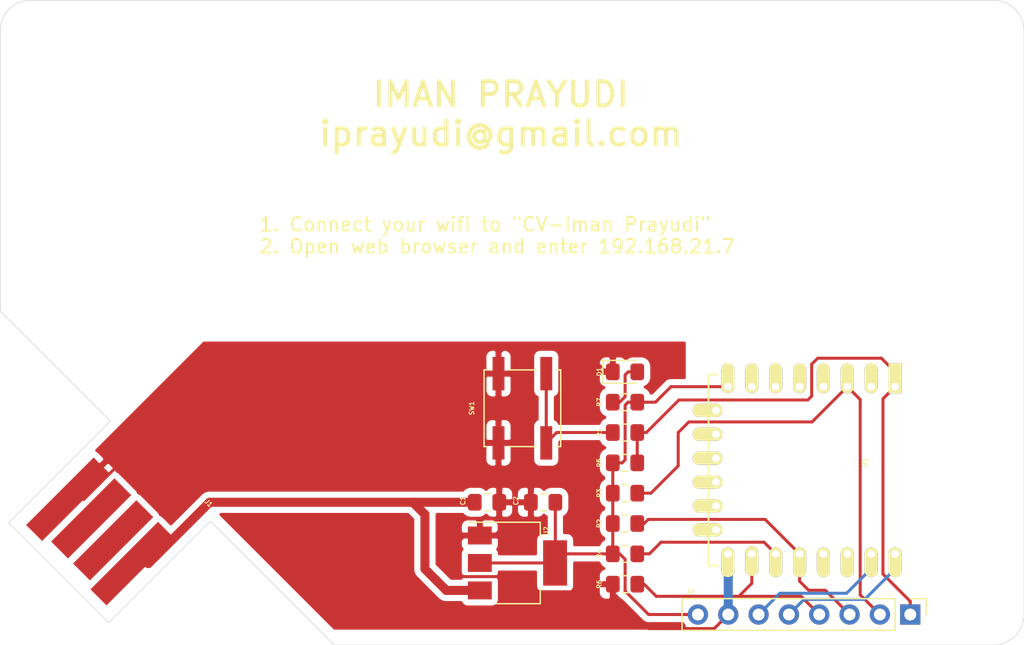
<source format=kicad_pcb>
(kicad_pcb (version 20171130) (host pcbnew "(5.1.5)-3")

  (general
    (thickness 1.6)
    (drawings 16)
    (tracks 126)
    (zones 0)
    (modules 15)
    (nets 13)
  )

  (page A4)
  (layers
    (0 F.Cu signal)
    (31 B.Cu signal)
    (32 B.Adhes user hide)
    (33 F.Adhes user hide)
    (34 B.Paste user hide)
    (35 F.Paste user hide)
    (36 B.SilkS user)
    (37 F.SilkS user)
    (38 B.Mask user)
    (39 F.Mask user)
    (40 Dwgs.User user hide)
    (41 Cmts.User user hide)
    (42 Eco1.User user hide)
    (43 Eco2.User user hide)
    (44 Edge.Cuts user)
    (45 Margin user hide)
    (46 B.CrtYd user)
    (47 F.CrtYd user hide)
    (48 B.Fab user hide)
    (49 F.Fab user hide)
  )

  (setup
    (last_trace_width 0.25)
    (user_trace_width 0.254)
    (user_trace_width 0.762)
    (trace_clearance 0.2)
    (zone_clearance 0.508)
    (zone_45_only no)
    (trace_min 0.2)
    (via_size 0.8)
    (via_drill 0.4)
    (via_min_size 0.4)
    (via_min_drill 0.3)
    (uvia_size 0.3)
    (uvia_drill 0.1)
    (uvias_allowed no)
    (uvia_min_size 0.2)
    (uvia_min_drill 0.1)
    (edge_width 0.05)
    (segment_width 0.2)
    (pcb_text_width 0.3)
    (pcb_text_size 1.5 1.5)
    (mod_edge_width 0.12)
    (mod_text_size 1 1)
    (mod_text_width 0.15)
    (pad_size 2.5 1.1)
    (pad_drill 0.65)
    (pad_to_mask_clearance 0.051)
    (solder_mask_min_width 0.25)
    (aux_axis_origin 0 0)
    (visible_elements 7FFFFFFF)
    (pcbplotparams
      (layerselection 0x010f0_ffffffff)
      (usegerberextensions false)
      (usegerberattributes false)
      (usegerberadvancedattributes false)
      (creategerberjobfile false)
      (excludeedgelayer true)
      (linewidth 0.100000)
      (plotframeref false)
      (viasonmask false)
      (mode 1)
      (useauxorigin false)
      (hpglpennumber 1)
      (hpglpenspeed 20)
      (hpglpendiameter 15.000000)
      (psnegative false)
      (psa4output false)
      (plotreference true)
      (plotvalue true)
      (plotinvisibletext false)
      (padsonsilk false)
      (subtractmaskfromsilk false)
      (outputformat 1)
      (mirror false)
      (drillshape 0)
      (scaleselection 1)
      (outputdirectory "plot_20191226b/"))
  )

  (net 0 "")
  (net 1 /VUSB)
  (net 2 /3.3V)
  (net 3 /GND)
  (net 4 "Net-(R1-Pad2)")
  (net 5 /nRST)
  (net 6 /RX)
  (net 7 /TX)
  (net 8 /GPIO15)
  (net 9 /GPIO0)
  (net 10 /EN)
  (net 11 /GPIO2)
  (net 12 "Net-(D1-Pad2)")

  (net_class Default "This is the default net class."
    (clearance 0.2)
    (trace_width 0.25)
    (via_dia 0.8)
    (via_drill 0.4)
    (uvia_dia 0.3)
    (uvia_drill 0.1)
    (add_net /3.3V)
    (add_net /EN)
    (add_net /GND)
    (add_net /GPIO0)
    (add_net /GPIO15)
    (add_net /GPIO2)
    (add_net /RX)
    (add_net /TX)
    (add_net /VUSB)
    (add_net /nRST)
    (add_net "Net-(D1-Pad2)")
    (add_net "Net-(R1-Pad2)")
  )

  (module jdunmire:ESP-12E (layer F.Cu) (tedit 5E04C792) (tstamp 5E058B8B)
    (at 176.53 110.46 270)
    (descr "Module, ESP-8266, ESP-12, 16 pad, SMD")
    (tags "Module ESP-8266 ESP8266")
    (path /5E044524)
    (fp_text reference U1 (at 6.35 2.54 90) (layer F.SilkS)
      (effects (font (size 0.381 0.381) (thickness 0.0762)))
    )
    (fp_text value ESP-12F (at 6.35 6.35 90) (layer F.Fab) hide
      (effects (font (size 1 1) (thickness 0.15)))
    )
    (fp_line (start -1.008 -8.4) (end 14.992 -8.4) (layer F.Fab) (width 0.05))
    (fp_line (start -1.008 15.6) (end -1.008 -8.4) (layer F.Fab) (width 0.05))
    (fp_line (start 14.992 15.6) (end -1.008 15.6) (layer F.Fab) (width 0.05))
    (fp_line (start 15 -8.4) (end 15 15.6) (layer F.Fab) (width 0.05))
    (fp_line (start 14.986 15.621) (end 14.986 14.859) (layer F.SilkS) (width 0.1524))
    (fp_line (start -1.016 15.621) (end 14.986 15.621) (layer F.SilkS) (width 0.1524))
    (fp_line (start -1.016 14.859) (end -1.016 15.621) (layer F.SilkS) (width 0.1524))
    (fp_line (start -2.25 16) (end -2.25 -0.5) (layer F.CrtYd) (width 0.05))
    (fp_line (start 16.25 16) (end -2.25 16) (layer F.CrtYd) (width 0.05))
    (fp_line (start 16.25 -8.75) (end 16.25 16) (layer F.CrtYd) (width 0.05))
    (fp_line (start 15.25 -8.75) (end 16.25 -8.75) (layer F.CrtYd) (width 0.05))
    (fp_line (start -2.25 -8.75) (end 15.25 -8.75) (layer F.CrtYd) (width 0.05))
    (fp_line (start -2.25 -0.5) (end -2.25 -8.75) (layer F.CrtYd) (width 0.05))
    (pad 22 thru_hole oval (at 11.99 15) (size 2.5 1.1) (drill 0.65 (offset -0.7 0)) (layers *.Cu *.Mask F.SilkS))
    (pad 21 thru_hole oval (at 9.99 15) (size 2.5 1.1) (drill 0.65 (offset -0.7 0)) (layers *.Cu *.Mask F.SilkS))
    (pad 20 thru_hole oval (at 7.99 15) (size 2.5 1.1) (drill 0.65 (offset -0.7 0)) (layers *.Cu *.Mask F.SilkS))
    (pad 19 thru_hole oval (at 5.99 15) (size 2.5 1.1) (drill 0.65 (offset -0.7 0)) (layers *.Cu *.Mask F.SilkS))
    (pad 18 thru_hole oval (at 3.99 15) (size 2.5 1.1) (drill 0.65 (offset -0.7 0)) (layers *.Cu *.Mask F.SilkS))
    (pad 17 thru_hole oval (at 1.99 15) (size 2.5 1.1) (drill 0.65 (offset -0.7 0)) (layers *.Cu *.Mask F.SilkS))
    (pad 16 thru_hole oval (at 14 0 270) (size 2.5 1.1) (drill 0.65 (offset 0.7 0)) (layers *.Cu *.Mask F.SilkS)
      (net 7 /TX))
    (pad 15 thru_hole oval (at 14 2 270) (size 2.5 1.1) (drill 0.65 (offset 0.7 0)) (layers *.Cu *.Mask F.SilkS)
      (net 6 /RX))
    (pad 14 thru_hole oval (at 14 4 270) (size 2.5 1.1) (drill 0.65 (offset 0.7 0)) (layers *.Cu *.Mask F.SilkS))
    (pad 13 thru_hole oval (at 14 6 270) (size 2.5 1.1) (drill 0.65 (offset 0.7 0)) (layers *.Cu *.Mask F.SilkS))
    (pad 12 thru_hole oval (at 14 8 270) (size 2.5 1.1) (drill 0.65 (offset 0.7 0)) (layers *.Cu *.Mask F.SilkS)
      (net 9 /GPIO0))
    (pad 11 thru_hole oval (at 14 10 270) (size 2.5 1.1) (drill 0.65 (offset 0.7 0)) (layers *.Cu *.Mask F.SilkS)
      (net 11 /GPIO2))
    (pad 10 thru_hole oval (at 14 12 270) (size 2.5 1.1) (drill 0.65 (offset 0.6 0)) (layers *.Cu *.Mask F.SilkS)
      (net 8 /GPIO15))
    (pad 9 thru_hole oval (at 14 14 270) (size 2.5 1.1) (drill 0.65 (offset 0.7 0)) (layers *.Cu *.Mask F.SilkS)
      (net 3 /GND))
    (pad 8 thru_hole oval (at 0 14 270) (size 2.5 1.1) (drill 0.65 (offset -0.7 0)) (layers *.Cu *.Mask F.SilkS)
      (net 2 /3.3V))
    (pad 7 thru_hole oval (at 0 12 270) (size 2.5 1.1) (drill 0.65 (offset -0.7 0)) (layers *.Cu *.Mask F.SilkS))
    (pad 6 thru_hole oval (at 0 10 270) (size 2.5 1.1) (drill 0.65 (offset -0.7 0)) (layers *.Cu *.Mask F.SilkS))
    (pad 5 thru_hole oval (at 0 8 270) (size 2.5 1.1) (drill 0.65 (offset -0.7 0)) (layers *.Cu *.Mask F.SilkS))
    (pad 4 thru_hole oval (at 0 6 270) (size 2.5 1.1) (drill 0.65 (offset -0.7 0)) (layers *.Cu *.Mask F.SilkS))
    (pad 3 thru_hole oval (at 0 4 270) (size 2.5 1.1) (drill 0.65 (offset -0.7 0)) (layers *.Cu *.Mask F.SilkS)
      (net 10 /EN))
    (pad 2 thru_hole oval (at 0 2 270) (size 2.5 1.1) (drill 0.65 (offset -0.7 0)) (layers *.Cu *.Mask F.SilkS))
    (pad 1 thru_hole rect (at 0 0 270) (size 2.5 1.1) (drill 0.65 (offset -0.7 0)) (layers *.Cu *.Mask F.SilkS)
      (net 5 /nRST))
    (model ${ESPLIB}/ESP8266.3dshapes/ESP-12E.wrl
      (at (xyz 0 0 0))
      (scale (xyz 0.3937 0.3937 0.3937))
      (rotate (xyz 0 0 0))
    )
  )

  (module Resistor_SMD:R_0805_2012Metric_Pad1.15x1.40mm_HandSolder (layer F.Cu) (tedit 5B36C52B) (tstamp 5E059E6F)
    (at 153.915 111.76 180)
    (descr "Resistor SMD 0805 (2012 Metric), square (rectangular) end terminal, IPC_7351 nominal with elongated pad for handsoldering. (Body size source: https://docs.google.com/spreadsheets/d/1BsfQQcO9C6DZCsRaXUlFlo91Tg2WpOkGARC1WS5S8t0/edit?usp=sharing), generated with kicad-footprint-generator")
    (tags "resistor handsolder")
    (path /5E07CE08)
    (attr smd)
    (fp_text reference R7 (at 2.15 0 90) (layer F.SilkS)
      (effects (font (size 0.381 0.381) (thickness 0.0762)))
    )
    (fp_text value 470 (at 0 1.65) (layer F.Fab)
      (effects (font (size 1 1) (thickness 0.15)))
    )
    (fp_text user %R (at 0 0) (layer F.Fab)
      (effects (font (size 0.5 0.5) (thickness 0.08)))
    )
    (fp_line (start 1.85 0.95) (end -1.85 0.95) (layer F.CrtYd) (width 0.05))
    (fp_line (start 1.85 -0.95) (end 1.85 0.95) (layer F.CrtYd) (width 0.05))
    (fp_line (start -1.85 -0.95) (end 1.85 -0.95) (layer F.CrtYd) (width 0.05))
    (fp_line (start -1.85 0.95) (end -1.85 -0.95) (layer F.CrtYd) (width 0.05))
    (fp_line (start -0.261252 0.71) (end 0.261252 0.71) (layer F.SilkS) (width 0.12))
    (fp_line (start -0.261252 -0.71) (end 0.261252 -0.71) (layer F.SilkS) (width 0.12))
    (fp_line (start 1 0.6) (end -1 0.6) (layer F.Fab) (width 0.1))
    (fp_line (start 1 -0.6) (end 1 0.6) (layer F.Fab) (width 0.1))
    (fp_line (start -1 -0.6) (end 1 -0.6) (layer F.Fab) (width 0.1))
    (fp_line (start -1 0.6) (end -1 -0.6) (layer F.Fab) (width 0.1))
    (pad 2 smd roundrect (at 1.025 0 180) (size 1.15 1.4) (layers F.Cu F.Paste F.Mask) (roundrect_rratio 0.217391)
      (net 12 "Net-(D1-Pad2)"))
    (pad 1 smd roundrect (at -1.025 0 180) (size 1.15 1.4) (layers F.Cu F.Paste F.Mask) (roundrect_rratio 0.217391)
      (net 2 /3.3V))
    (model ${KISYS3DMOD}/Resistor_SMD.3dshapes/R_0805_2012Metric.wrl
      (at (xyz 0 0 0))
      (scale (xyz 1 1 1))
      (rotate (xyz 0 0 0))
    )
  )

  (module LED_SMD:LED_0805_2012Metric_Pad1.15x1.40mm_HandSolder (layer F.Cu) (tedit 5B4B45C9) (tstamp 5E04AA5E)
    (at 153.915 109.22)
    (descr "LED SMD 0805 (2012 Metric), square (rectangular) end terminal, IPC_7351 nominal, (Body size source: https://docs.google.com/spreadsheets/d/1BsfQQcO9C6DZCsRaXUlFlo91Tg2WpOkGARC1WS5S8t0/edit?usp=sharing), generated with kicad-footprint-generator")
    (tags "LED handsolder")
    (path /5E07E56F)
    (attr smd)
    (fp_text reference D1 (at -2.15 0 90) (layer F.SilkS)
      (effects (font (size 0.381 0.381) (thickness 0.0762)))
    )
    (fp_text value LED (at 0 1.65) (layer F.Fab)
      (effects (font (size 1 1) (thickness 0.15)))
    )
    (fp_text user %R (at 0 0) (layer F.Fab)
      (effects (font (size 0.5 0.5) (thickness 0.08)))
    )
    (fp_line (start 1.85 0.95) (end -1.85 0.95) (layer F.CrtYd) (width 0.05))
    (fp_line (start 1.85 -0.95) (end 1.85 0.95) (layer F.CrtYd) (width 0.05))
    (fp_line (start -1.85 -0.95) (end 1.85 -0.95) (layer F.CrtYd) (width 0.05))
    (fp_line (start -1.85 0.95) (end -1.85 -0.95) (layer F.CrtYd) (width 0.05))
    (fp_line (start -1.86 0.96) (end 1 0.96) (layer F.SilkS) (width 0.12))
    (fp_line (start -1.86 -0.96) (end -1.86 0.96) (layer F.SilkS) (width 0.12))
    (fp_line (start 1 -0.96) (end -1.86 -0.96) (layer F.SilkS) (width 0.12))
    (fp_line (start 1 0.6) (end 1 -0.6) (layer F.Fab) (width 0.1))
    (fp_line (start -1 0.6) (end 1 0.6) (layer F.Fab) (width 0.1))
    (fp_line (start -1 -0.3) (end -1 0.6) (layer F.Fab) (width 0.1))
    (fp_line (start -0.7 -0.6) (end -1 -0.3) (layer F.Fab) (width 0.1))
    (fp_line (start 1 -0.6) (end -0.7 -0.6) (layer F.Fab) (width 0.1))
    (pad 2 smd roundrect (at 1.025 0) (size 1.15 1.4) (layers F.Cu F.Paste F.Mask) (roundrect_rratio 0.217391)
      (net 12 "Net-(D1-Pad2)"))
    (pad 1 smd roundrect (at -1.025 0) (size 1.15 1.4) (layers F.Cu F.Paste F.Mask) (roundrect_rratio 0.217391)
      (net 3 /GND))
    (model ${KISYS3DMOD}/LED_SMD.3dshapes/LED_0805_2012Metric.wrl
      (at (xyz 0 0 0))
      (scale (xyz 1 1 1))
      (rotate (xyz 0 0 0))
    )
  )

  (module Resistor_SMD:R_0805_2012Metric_Pad1.15x1.40mm_HandSolder (layer F.Cu) (tedit 5B36C52B) (tstamp 5E049604)
    (at 153.915 127 180)
    (descr "Resistor SMD 0805 (2012 Metric), square (rectangular) end terminal, IPC_7351 nominal with elongated pad for handsoldering. (Body size source: https://docs.google.com/spreadsheets/d/1BsfQQcO9C6DZCsRaXUlFlo91Tg2WpOkGARC1WS5S8t0/edit?usp=sharing), generated with kicad-footprint-generator")
    (tags "resistor handsolder")
    (path /5E05F987)
    (attr smd)
    (fp_text reference R6 (at 2.15 0 90) (layer F.SilkS)
      (effects (font (size 0.381 0.381) (thickness 0.0762)))
    )
    (fp_text value 10K (at 0 1.65) (layer F.Fab)
      (effects (font (size 1 1) (thickness 0.15)))
    )
    (fp_text user %R (at 0 0) (layer F.Fab)
      (effects (font (size 0.5 0.5) (thickness 0.08)))
    )
    (fp_line (start 1.85 0.95) (end -1.85 0.95) (layer F.CrtYd) (width 0.05))
    (fp_line (start 1.85 -0.95) (end 1.85 0.95) (layer F.CrtYd) (width 0.05))
    (fp_line (start -1.85 -0.95) (end 1.85 -0.95) (layer F.CrtYd) (width 0.05))
    (fp_line (start -1.85 0.95) (end -1.85 -0.95) (layer F.CrtYd) (width 0.05))
    (fp_line (start -0.261252 0.71) (end 0.261252 0.71) (layer F.SilkS) (width 0.12))
    (fp_line (start -0.261252 -0.71) (end 0.261252 -0.71) (layer F.SilkS) (width 0.12))
    (fp_line (start 1 0.6) (end -1 0.6) (layer F.Fab) (width 0.1))
    (fp_line (start 1 -0.6) (end 1 0.6) (layer F.Fab) (width 0.1))
    (fp_line (start -1 -0.6) (end 1 -0.6) (layer F.Fab) (width 0.1))
    (fp_line (start -1 0.6) (end -1 -0.6) (layer F.Fab) (width 0.1))
    (pad 2 smd roundrect (at 1.025 0 180) (size 1.15 1.4) (layers F.Cu F.Paste F.Mask) (roundrect_rratio 0.217391)
      (net 3 /GND))
    (pad 1 smd roundrect (at -1.025 0 180) (size 1.15 1.4) (layers F.Cu F.Paste F.Mask) (roundrect_rratio 0.217391)
      (net 8 /GPIO15))
    (model ${KISYS3DMOD}/Resistor_SMD.3dshapes/R_0805_2012Metric.wrl
      (at (xyz 0 0 0))
      (scale (xyz 1 1 1))
      (rotate (xyz 0 0 0))
    )
  )

  (module Resistor_SMD:R_0805_2012Metric_Pad1.15x1.40mm_HandSolder (layer F.Cu) (tedit 5B36C52B) (tstamp 5E0495F3)
    (at 153.915 116.84 180)
    (descr "Resistor SMD 0805 (2012 Metric), square (rectangular) end terminal, IPC_7351 nominal with elongated pad for handsoldering. (Body size source: https://docs.google.com/spreadsheets/d/1BsfQQcO9C6DZCsRaXUlFlo91Tg2WpOkGARC1WS5S8t0/edit?usp=sharing), generated with kicad-footprint-generator")
    (tags "resistor handsolder")
    (path /5E05F638)
    (attr smd)
    (fp_text reference R5 (at 2.15 0 90) (layer F.SilkS)
      (effects (font (size 0.381 0.381) (thickness 0.0762)))
    )
    (fp_text value 10K (at 0 1.65) (layer F.Fab)
      (effects (font (size 1 1) (thickness 0.15)))
    )
    (fp_text user %R (at 0 0) (layer F.Fab)
      (effects (font (size 0.5 0.5) (thickness 0.08)))
    )
    (fp_line (start 1.85 0.95) (end -1.85 0.95) (layer F.CrtYd) (width 0.05))
    (fp_line (start 1.85 -0.95) (end 1.85 0.95) (layer F.CrtYd) (width 0.05))
    (fp_line (start -1.85 -0.95) (end 1.85 -0.95) (layer F.CrtYd) (width 0.05))
    (fp_line (start -1.85 0.95) (end -1.85 -0.95) (layer F.CrtYd) (width 0.05))
    (fp_line (start -0.261252 0.71) (end 0.261252 0.71) (layer F.SilkS) (width 0.12))
    (fp_line (start -0.261252 -0.71) (end 0.261252 -0.71) (layer F.SilkS) (width 0.12))
    (fp_line (start 1 0.6) (end -1 0.6) (layer F.Fab) (width 0.1))
    (fp_line (start 1 -0.6) (end 1 0.6) (layer F.Fab) (width 0.1))
    (fp_line (start -1 -0.6) (end 1 -0.6) (layer F.Fab) (width 0.1))
    (fp_line (start -1 0.6) (end -1 -0.6) (layer F.Fab) (width 0.1))
    (pad 2 smd roundrect (at 1.025 0 180) (size 1.15 1.4) (layers F.Cu F.Paste F.Mask) (roundrect_rratio 0.217391)
      (net 2 /3.3V))
    (pad 1 smd roundrect (at -1.025 0 180) (size 1.15 1.4) (layers F.Cu F.Paste F.Mask) (roundrect_rratio 0.217391)
      (net 5 /nRST))
    (model ${KISYS3DMOD}/Resistor_SMD.3dshapes/R_0805_2012Metric.wrl
      (at (xyz 0 0 0))
      (scale (xyz 1 1 1))
      (rotate (xyz 0 0 0))
    )
  )

  (module Resistor_SMD:R_0805_2012Metric_Pad1.15x1.40mm_HandSolder (layer F.Cu) (tedit 5B36C52B) (tstamp 5E0495E2)
    (at 153.915 124.46 180)
    (descr "Resistor SMD 0805 (2012 Metric), square (rectangular) end terminal, IPC_7351 nominal with elongated pad for handsoldering. (Body size source: https://docs.google.com/spreadsheets/d/1BsfQQcO9C6DZCsRaXUlFlo91Tg2WpOkGARC1WS5S8t0/edit?usp=sharing), generated with kicad-footprint-generator")
    (tags "resistor handsolder")
    (path /5E05F3B9)
    (attr smd)
    (fp_text reference R4 (at 2.15 0 90) (layer F.SilkS)
      (effects (font (size 0.381 0.381) (thickness 0.0762)))
    )
    (fp_text value 10K (at 0 1.65) (layer F.Fab)
      (effects (font (size 1 1) (thickness 0.15)))
    )
    (fp_text user %R (at 0 0) (layer F.Fab)
      (effects (font (size 0.5 0.5) (thickness 0.08)))
    )
    (fp_line (start 1.85 0.95) (end -1.85 0.95) (layer F.CrtYd) (width 0.05))
    (fp_line (start 1.85 -0.95) (end 1.85 0.95) (layer F.CrtYd) (width 0.05))
    (fp_line (start -1.85 -0.95) (end 1.85 -0.95) (layer F.CrtYd) (width 0.05))
    (fp_line (start -1.85 0.95) (end -1.85 -0.95) (layer F.CrtYd) (width 0.05))
    (fp_line (start -0.261252 0.71) (end 0.261252 0.71) (layer F.SilkS) (width 0.12))
    (fp_line (start -0.261252 -0.71) (end 0.261252 -0.71) (layer F.SilkS) (width 0.12))
    (fp_line (start 1 0.6) (end -1 0.6) (layer F.Fab) (width 0.1))
    (fp_line (start 1 -0.6) (end 1 0.6) (layer F.Fab) (width 0.1))
    (fp_line (start -1 -0.6) (end 1 -0.6) (layer F.Fab) (width 0.1))
    (fp_line (start -1 0.6) (end -1 -0.6) (layer F.Fab) (width 0.1))
    (pad 2 smd roundrect (at 1.025 0 180) (size 1.15 1.4) (layers F.Cu F.Paste F.Mask) (roundrect_rratio 0.217391)
      (net 2 /3.3V))
    (pad 1 smd roundrect (at -1.025 0 180) (size 1.15 1.4) (layers F.Cu F.Paste F.Mask) (roundrect_rratio 0.217391)
      (net 11 /GPIO2))
    (model ${KISYS3DMOD}/Resistor_SMD.3dshapes/R_0805_2012Metric.wrl
      (at (xyz 0 0 0))
      (scale (xyz 1 1 1))
      (rotate (xyz 0 0 0))
    )
  )

  (module Resistor_SMD:R_0805_2012Metric_Pad1.15x1.40mm_HandSolder (layer F.Cu) (tedit 5B36C52B) (tstamp 5E0495D1)
    (at 153.915 119.38 180)
    (descr "Resistor SMD 0805 (2012 Metric), square (rectangular) end terminal, IPC_7351 nominal with elongated pad for handsoldering. (Body size source: https://docs.google.com/spreadsheets/d/1BsfQQcO9C6DZCsRaXUlFlo91Tg2WpOkGARC1WS5S8t0/edit?usp=sharing), generated with kicad-footprint-generator")
    (tags "resistor handsolder")
    (path /5E05F06C)
    (attr smd)
    (fp_text reference R3 (at 2.15 0 90) (layer F.SilkS)
      (effects (font (size 0.381 0.381) (thickness 0.0762)))
    )
    (fp_text value 10K (at 0 1.65) (layer F.Fab)
      (effects (font (size 1 1) (thickness 0.15)))
    )
    (fp_text user %R (at 0 0) (layer F.Fab)
      (effects (font (size 0.5 0.5) (thickness 0.08)))
    )
    (fp_line (start 1.85 0.95) (end -1.85 0.95) (layer F.CrtYd) (width 0.05))
    (fp_line (start 1.85 -0.95) (end 1.85 0.95) (layer F.CrtYd) (width 0.05))
    (fp_line (start -1.85 -0.95) (end 1.85 -0.95) (layer F.CrtYd) (width 0.05))
    (fp_line (start -1.85 0.95) (end -1.85 -0.95) (layer F.CrtYd) (width 0.05))
    (fp_line (start -0.261252 0.71) (end 0.261252 0.71) (layer F.SilkS) (width 0.12))
    (fp_line (start -0.261252 -0.71) (end 0.261252 -0.71) (layer F.SilkS) (width 0.12))
    (fp_line (start 1 0.6) (end -1 0.6) (layer F.Fab) (width 0.1))
    (fp_line (start 1 -0.6) (end 1 0.6) (layer F.Fab) (width 0.1))
    (fp_line (start -1 -0.6) (end 1 -0.6) (layer F.Fab) (width 0.1))
    (fp_line (start -1 0.6) (end -1 -0.6) (layer F.Fab) (width 0.1))
    (pad 2 smd roundrect (at 1.025 0 180) (size 1.15 1.4) (layers F.Cu F.Paste F.Mask) (roundrect_rratio 0.217391)
      (net 2 /3.3V))
    (pad 1 smd roundrect (at -1.025 0 180) (size 1.15 1.4) (layers F.Cu F.Paste F.Mask) (roundrect_rratio 0.217391)
      (net 10 /EN))
    (model ${KISYS3DMOD}/Resistor_SMD.3dshapes/R_0805_2012Metric.wrl
      (at (xyz 0 0 0))
      (scale (xyz 1 1 1))
      (rotate (xyz 0 0 0))
    )
  )

  (module Resistor_SMD:R_0805_2012Metric_Pad1.15x1.40mm_HandSolder (layer F.Cu) (tedit 5B36C52B) (tstamp 5E0495C0)
    (at 153.915 121.92 180)
    (descr "Resistor SMD 0805 (2012 Metric), square (rectangular) end terminal, IPC_7351 nominal with elongated pad for handsoldering. (Body size source: https://docs.google.com/spreadsheets/d/1BsfQQcO9C6DZCsRaXUlFlo91Tg2WpOkGARC1WS5S8t0/edit?usp=sharing), generated with kicad-footprint-generator")
    (tags "resistor handsolder")
    (path /5E05E412)
    (attr smd)
    (fp_text reference R2 (at 2.15 0 90) (layer F.SilkS)
      (effects (font (size 0.381 0.381) (thickness 0.0762)))
    )
    (fp_text value 10K (at 0 1.65) (layer F.Fab)
      (effects (font (size 1 1) (thickness 0.15)))
    )
    (fp_text user %R (at 0 0) (layer F.Fab)
      (effects (font (size 0.5 0.5) (thickness 0.08)))
    )
    (fp_line (start 1.85 0.95) (end -1.85 0.95) (layer F.CrtYd) (width 0.05))
    (fp_line (start 1.85 -0.95) (end 1.85 0.95) (layer F.CrtYd) (width 0.05))
    (fp_line (start -1.85 -0.95) (end 1.85 -0.95) (layer F.CrtYd) (width 0.05))
    (fp_line (start -1.85 0.95) (end -1.85 -0.95) (layer F.CrtYd) (width 0.05))
    (fp_line (start -0.261252 0.71) (end 0.261252 0.71) (layer F.SilkS) (width 0.12))
    (fp_line (start -0.261252 -0.71) (end 0.261252 -0.71) (layer F.SilkS) (width 0.12))
    (fp_line (start 1 0.6) (end -1 0.6) (layer F.Fab) (width 0.1))
    (fp_line (start 1 -0.6) (end 1 0.6) (layer F.Fab) (width 0.1))
    (fp_line (start -1 -0.6) (end 1 -0.6) (layer F.Fab) (width 0.1))
    (fp_line (start -1 0.6) (end -1 -0.6) (layer F.Fab) (width 0.1))
    (pad 2 smd roundrect (at 1.025 0 180) (size 1.15 1.4) (layers F.Cu F.Paste F.Mask) (roundrect_rratio 0.217391)
      (net 2 /3.3V))
    (pad 1 smd roundrect (at -1.025 0 180) (size 1.15 1.4) (layers F.Cu F.Paste F.Mask) (roundrect_rratio 0.217391)
      (net 9 /GPIO0))
    (model ${KISYS3DMOD}/Resistor_SMD.3dshapes/R_0805_2012Metric.wrl
      (at (xyz 0 0 0))
      (scale (xyz 1 1 1))
      (rotate (xyz 0 0 0))
    )
  )

  (module Connector_PinHeader_2.54mm:PinHeader_1x08_P2.54mm_Vertical (layer F.Cu) (tedit 59FED5CC) (tstamp 5E049205)
    (at 177.8 129.54 270)
    (descr "Through hole straight pin header, 1x08, 2.54mm pitch, single row")
    (tags "Through hole pin header THT 1x08 2.54mm single row")
    (path /5E0577B3)
    (fp_text reference J2 (at -1.905 18.415 180) (layer F.SilkS)
      (effects (font (size 0.381 0.381) (thickness 0.0762)))
    )
    (fp_text value Prog_conn (at 0 20.11 90) (layer F.Fab)
      (effects (font (size 1 1) (thickness 0.15)))
    )
    (fp_text user %R (at 0 8.89) (layer F.Fab)
      (effects (font (size 1 1) (thickness 0.15)))
    )
    (fp_line (start 1.8 -1.8) (end -1.8 -1.8) (layer F.CrtYd) (width 0.05))
    (fp_line (start 1.8 19.55) (end 1.8 -1.8) (layer F.CrtYd) (width 0.05))
    (fp_line (start -1.8 19.55) (end 1.8 19.55) (layer F.CrtYd) (width 0.05))
    (fp_line (start -1.8 -1.8) (end -1.8 19.55) (layer F.CrtYd) (width 0.05))
    (fp_line (start -1.33 -1.33) (end 0 -1.33) (layer F.SilkS) (width 0.12))
    (fp_line (start -1.33 0) (end -1.33 -1.33) (layer F.SilkS) (width 0.12))
    (fp_line (start -1.33 1.27) (end 1.33 1.27) (layer F.SilkS) (width 0.12))
    (fp_line (start 1.33 1.27) (end 1.33 19.11) (layer F.SilkS) (width 0.12))
    (fp_line (start -1.33 1.27) (end -1.33 19.11) (layer F.SilkS) (width 0.12))
    (fp_line (start -1.33 19.11) (end 1.33 19.11) (layer F.SilkS) (width 0.12))
    (fp_line (start -1.27 -0.635) (end -0.635 -1.27) (layer F.Fab) (width 0.1))
    (fp_line (start -1.27 19.05) (end -1.27 -0.635) (layer F.Fab) (width 0.1))
    (fp_line (start 1.27 19.05) (end -1.27 19.05) (layer F.Fab) (width 0.1))
    (fp_line (start 1.27 -1.27) (end 1.27 19.05) (layer F.Fab) (width 0.1))
    (fp_line (start -0.635 -1.27) (end 1.27 -1.27) (layer F.Fab) (width 0.1))
    (pad 8 thru_hole oval (at 0 17.78 270) (size 1.7 1.7) (drill 1) (layers *.Cu *.Mask)
      (net 2 /3.3V))
    (pad 7 thru_hole oval (at 0 15.24 270) (size 1.7 1.7) (drill 1) (layers *.Cu *.Mask)
      (net 3 /GND))
    (pad 6 thru_hole oval (at 0 12.7 270) (size 1.7 1.7) (drill 1) (layers *.Cu *.Mask)
      (net 6 /RX))
    (pad 5 thru_hole oval (at 0 10.16 270) (size 1.7 1.7) (drill 1) (layers *.Cu *.Mask)
      (net 7 /TX))
    (pad 4 thru_hole oval (at 0 7.62 270) (size 1.7 1.7) (drill 1) (layers *.Cu *.Mask)
      (net 8 /GPIO15))
    (pad 3 thru_hole oval (at 0 5.08 270) (size 1.7 1.7) (drill 1) (layers *.Cu *.Mask)
      (net 9 /GPIO0))
    (pad 2 thru_hole oval (at 0 2.54 270) (size 1.7 1.7) (drill 1) (layers *.Cu *.Mask)
      (net 10 /EN))
    (pad 1 thru_hole rect (at 0 0 270) (size 1.7 1.7) (drill 1) (layers *.Cu *.Mask)
      (net 5 /nRST))
    (model ${KISYS3DMOD}/Connector_PinHeader_2.54mm.3dshapes/PinHeader_1x08_P2.54mm_Vertical.wrl
      (at (xyz 0 0 0))
      (scale (xyz 1 1 1))
      (rotate (xyz 0 0 0))
    )
  )

  (module Button_Switch_SMD:SW_Push_1P1T_NO_CK_KSC7xxJ (layer F.Cu) (tedit 5C63FE2A) (tstamp 5E049975)
    (at 145.32 112.268 270)
    (descr "CK components KSC7 tactile switch https://www.ckswitches.com/media/1973/ksc7.pdf")
    (tags "tactile switch ksc7")
    (path /5E053F5A)
    (attr smd)
    (fp_text reference SW1 (at 0 4.24 90) (layer F.SilkS)
      (effects (font (size 0.381 0.381) (thickness 0.0762)))
    )
    (fp_text value SW_Push (at 0 -4.23 90) (layer F.Fab)
      (effects (font (size 1 1) (thickness 0.15)))
    )
    (fp_line (start -3.21 -1.2) (end -3.21 1.2) (layer F.SilkS) (width 0.12))
    (fp_line (start -3.21 -3.21) (end -3.21 -2.8) (layer F.SilkS) (width 0.12))
    (fp_line (start 3.21 -3.21) (end -3.21 -3.21) (layer F.SilkS) (width 0.12))
    (fp_line (start 3.21 -2.8) (end 3.21 -3.21) (layer F.SilkS) (width 0.12))
    (fp_line (start 3.21 1.2) (end 3.21 -1.2) (layer F.SilkS) (width 0.12))
    (fp_line (start 3.21 3.21) (end 3.21 2.93) (layer F.SilkS) (width 0.12))
    (fp_line (start -3.21 3.21) (end 3.21 3.21) (layer F.SilkS) (width 0.12))
    (fp_line (start -3.21 2.8) (end -3.21 3.21) (layer F.SilkS) (width 0.12))
    (fp_circle (center 0 0) (end 1.5 0) (layer F.Fab) (width 0.1))
    (fp_line (start -4.55 3.35) (end -4.55 -3.35) (layer F.CrtYd) (width 0.05))
    (fp_line (start 4.55 3.35) (end -4.55 3.35) (layer F.CrtYd) (width 0.05))
    (fp_line (start 4.55 -3.35) (end 4.55 3.35) (layer F.CrtYd) (width 0.05))
    (fp_line (start -4.55 -3.35) (end 4.55 -3.35) (layer F.CrtYd) (width 0.05))
    (fp_text user %R (at 0 0 90) (layer F.Fab)
      (effects (font (size 1 1) (thickness 0.15)))
    )
    (fp_line (start -3.1 3.1) (end -3.1 -3.1) (layer F.Fab) (width 0.1))
    (fp_line (start 3.1 3.1) (end -3.1 3.1) (layer F.Fab) (width 0.1))
    (fp_line (start 3.1 -3.1) (end 3.1 3.1) (layer F.Fab) (width 0.1))
    (fp_line (start -3.1 -3.1) (end 3.1 -3.1) (layer F.Fab) (width 0.1))
    (pad 2 smd rect (at 2.9 2 270) (size 2.8 1) (layers F.Cu F.Paste F.Mask)
      (net 3 /GND))
    (pad 2 smd rect (at -2.9 2 270) (size 2.8 1) (layers F.Cu F.Paste F.Mask)
      (net 3 /GND))
    (pad 1 smd rect (at 2.9 -2 270) (size 2.8 1) (layers F.Cu F.Paste F.Mask)
      (net 4 "Net-(R1-Pad2)"))
    (pad 1 smd rect (at -2.9 -2 270) (size 2.8 1) (layers F.Cu F.Paste F.Mask)
      (net 4 "Net-(R1-Pad2)"))
    (model ${KISYS3DMOD}/Button_Switch_SMD.3dshapes/SW_push_1P1T_NO_CK_KSC7xxJxxx.wrl
      (at (xyz 0 0 0))
      (scale (xyz 1 1 1))
      (rotate (xyz 0 0 0))
    )
  )

  (module Resistor_SMD:R_0805_2012Metric_Pad1.15x1.40mm_HandSolder (layer F.Cu) (tedit 5B36C52B) (tstamp 5E0499F6)
    (at 153.915 114.3 180)
    (descr "Resistor SMD 0805 (2012 Metric), square (rectangular) end terminal, IPC_7351 nominal with elongated pad for handsoldering. (Body size source: https://docs.google.com/spreadsheets/d/1BsfQQcO9C6DZCsRaXUlFlo91Tg2WpOkGARC1WS5S8t0/edit?usp=sharing), generated with kicad-footprint-generator")
    (tags "resistor handsolder")
    (path /5E053583)
    (attr smd)
    (fp_text reference R1 (at 2.15 0 90) (layer F.SilkS)
      (effects (font (size 0.381 0.381) (thickness 0.0762)))
    )
    (fp_text value 470 (at 0 1.65) (layer F.Fab)
      (effects (font (size 1 1) (thickness 0.15)))
    )
    (fp_text user %R (at 0 0) (layer F.Fab)
      (effects (font (size 0.5 0.5) (thickness 0.08)))
    )
    (fp_line (start 1.85 0.95) (end -1.85 0.95) (layer F.CrtYd) (width 0.05))
    (fp_line (start 1.85 -0.95) (end 1.85 0.95) (layer F.CrtYd) (width 0.05))
    (fp_line (start -1.85 -0.95) (end 1.85 -0.95) (layer F.CrtYd) (width 0.05))
    (fp_line (start -1.85 0.95) (end -1.85 -0.95) (layer F.CrtYd) (width 0.05))
    (fp_line (start -0.261252 0.71) (end 0.261252 0.71) (layer F.SilkS) (width 0.12))
    (fp_line (start -0.261252 -0.71) (end 0.261252 -0.71) (layer F.SilkS) (width 0.12))
    (fp_line (start 1 0.6) (end -1 0.6) (layer F.Fab) (width 0.1))
    (fp_line (start 1 -0.6) (end 1 0.6) (layer F.Fab) (width 0.1))
    (fp_line (start -1 -0.6) (end 1 -0.6) (layer F.Fab) (width 0.1))
    (fp_line (start -1 0.6) (end -1 -0.6) (layer F.Fab) (width 0.1))
    (pad 2 smd roundrect (at 1.025 0 180) (size 1.15 1.4) (layers F.Cu F.Paste F.Mask) (roundrect_rratio 0.217391)
      (net 4 "Net-(R1-Pad2)"))
    (pad 1 smd roundrect (at -1.025 0 180) (size 1.15 1.4) (layers F.Cu F.Paste F.Mask) (roundrect_rratio 0.217391)
      (net 5 /nRST))
    (model ${KISYS3DMOD}/Resistor_SMD.3dshapes/R_0805_2012Metric.wrl
      (at (xyz 0 0 0))
      (scale (xyz 1 1 1))
      (rotate (xyz 0 0 0))
    )
  )

  (module Capacitor_SMD:C_0805_2012Metric_Pad1.15x1.40mm_HandSolder (layer F.Cu) (tedit 5B36C52B) (tstamp 5E049A26)
    (at 147.057 120.142 180)
    (descr "Capacitor SMD 0805 (2012 Metric), square (rectangular) end terminal, IPC_7351 nominal with elongated pad for handsoldering. (Body size source: https://docs.google.com/spreadsheets/d/1BsfQQcO9C6DZCsRaXUlFlo91Tg2WpOkGARC1WS5S8t0/edit?usp=sharing), generated with kicad-footprint-generator")
    (tags "capacitor handsolder")
    (path /5E04CCB3)
    (attr smd)
    (fp_text reference C2 (at 2.277 0.127 90) (layer F.SilkS)
      (effects (font (size 0.381 0.381) (thickness 0.0762)))
    )
    (fp_text value "10uF 25V" (at 0 1.65) (layer F.Fab)
      (effects (font (size 1 1) (thickness 0.15)))
    )
    (fp_text user %R (at 0 0) (layer F.Fab)
      (effects (font (size 0.5 0.5) (thickness 0.08)))
    )
    (fp_line (start 1.85 0.95) (end -1.85 0.95) (layer F.CrtYd) (width 0.05))
    (fp_line (start 1.85 -0.95) (end 1.85 0.95) (layer F.CrtYd) (width 0.05))
    (fp_line (start -1.85 -0.95) (end 1.85 -0.95) (layer F.CrtYd) (width 0.05))
    (fp_line (start -1.85 0.95) (end -1.85 -0.95) (layer F.CrtYd) (width 0.05))
    (fp_line (start -0.261252 0.71) (end 0.261252 0.71) (layer F.SilkS) (width 0.12))
    (fp_line (start -0.261252 -0.71) (end 0.261252 -0.71) (layer F.SilkS) (width 0.12))
    (fp_line (start 1 0.6) (end -1 0.6) (layer F.Fab) (width 0.1))
    (fp_line (start 1 -0.6) (end 1 0.6) (layer F.Fab) (width 0.1))
    (fp_line (start -1 -0.6) (end 1 -0.6) (layer F.Fab) (width 0.1))
    (fp_line (start -1 0.6) (end -1 -0.6) (layer F.Fab) (width 0.1))
    (pad 2 smd roundrect (at 1.025 0 180) (size 1.15 1.4) (layers F.Cu F.Paste F.Mask) (roundrect_rratio 0.217391)
      (net 3 /GND))
    (pad 1 smd roundrect (at -1.025 0 180) (size 1.15 1.4) (layers F.Cu F.Paste F.Mask) (roundrect_rratio 0.217391)
      (net 2 /3.3V))
    (model ${KISYS3DMOD}/Capacitor_SMD.3dshapes/C_0805_2012Metric.wrl
      (at (xyz 0 0 0))
      (scale (xyz 1 1 1))
      (rotate (xyz 0 0 0))
    )
  )

  (module Capacitor_SMD:C_0805_2012Metric_Pad1.15x1.40mm_HandSolder (layer F.Cu) (tedit 5B36C52B) (tstamp 5E05A012)
    (at 142.358 120.142)
    (descr "Capacitor SMD 0805 (2012 Metric), square (rectangular) end terminal, IPC_7351 nominal with elongated pad for handsoldering. (Body size source: https://docs.google.com/spreadsheets/d/1BsfQQcO9C6DZCsRaXUlFlo91Tg2WpOkGARC1WS5S8t0/edit?usp=sharing), generated with kicad-footprint-generator")
    (tags "capacitor handsolder")
    (path /5E04C0C0)
    (attr smd)
    (fp_text reference C1 (at -2.023 -0.127 90) (layer F.SilkS)
      (effects (font (size 0.381 0.381) (thickness 0.0762)))
    )
    (fp_text value "10uF 25V" (at 0 1.65) (layer F.Fab)
      (effects (font (size 1 1) (thickness 0.15)))
    )
    (fp_text user %R (at 0 0) (layer F.Fab)
      (effects (font (size 0.5 0.5) (thickness 0.08)))
    )
    (fp_line (start 1.85 0.95) (end -1.85 0.95) (layer F.CrtYd) (width 0.05))
    (fp_line (start 1.85 -0.95) (end 1.85 0.95) (layer F.CrtYd) (width 0.05))
    (fp_line (start -1.85 -0.95) (end 1.85 -0.95) (layer F.CrtYd) (width 0.05))
    (fp_line (start -1.85 0.95) (end -1.85 -0.95) (layer F.CrtYd) (width 0.05))
    (fp_line (start -0.261252 0.71) (end 0.261252 0.71) (layer F.SilkS) (width 0.12))
    (fp_line (start -0.261252 -0.71) (end 0.261252 -0.71) (layer F.SilkS) (width 0.12))
    (fp_line (start 1 0.6) (end -1 0.6) (layer F.Fab) (width 0.1))
    (fp_line (start 1 -0.6) (end 1 0.6) (layer F.Fab) (width 0.1))
    (fp_line (start -1 -0.6) (end 1 -0.6) (layer F.Fab) (width 0.1))
    (fp_line (start -1 0.6) (end -1 -0.6) (layer F.Fab) (width 0.1))
    (pad 2 smd roundrect (at 1.025 0) (size 1.15 1.4) (layers F.Cu F.Paste F.Mask) (roundrect_rratio 0.217391)
      (net 3 /GND))
    (pad 1 smd roundrect (at -1.025 0) (size 1.15 1.4) (layers F.Cu F.Paste F.Mask) (roundrect_rratio 0.217391)
      (net 1 /VUSB))
    (model ${KISYS3DMOD}/Capacitor_SMD.3dshapes/C_0805_2012Metric.wrl
      (at (xyz 0 0 0))
      (scale (xyz 1 1 1))
      (rotate (xyz 0 0 0))
    )
  )

  (module Package_TO_SOT_SMD:SOT-223-3_TabPin2 (layer F.Cu) (tedit 5A02FF57) (tstamp 5E0499BC)
    (at 144.907 125.222)
    (descr "module CMS SOT223 4 pins")
    (tags "CMS SOT")
    (path /5E04750E)
    (attr smd)
    (fp_text reference U2 (at 2.413 -2.667 270) (layer F.SilkS)
      (effects (font (size 0.381 0.381) (thickness 0.0762)))
    )
    (fp_text value NCP1117ST33T3G (at 0 4.5) (layer F.Fab)
      (effects (font (size 1 1) (thickness 0.15)))
    )
    (fp_line (start 1.85 -3.35) (end 1.85 3.35) (layer F.Fab) (width 0.1))
    (fp_line (start -1.85 3.35) (end 1.85 3.35) (layer F.Fab) (width 0.1))
    (fp_line (start -4.1 -3.41) (end 1.91 -3.41) (layer F.SilkS) (width 0.12))
    (fp_line (start -0.85 -3.35) (end 1.85 -3.35) (layer F.Fab) (width 0.1))
    (fp_line (start -1.85 3.41) (end 1.91 3.41) (layer F.SilkS) (width 0.12))
    (fp_line (start -1.85 -2.35) (end -1.85 3.35) (layer F.Fab) (width 0.1))
    (fp_line (start -1.85 -2.35) (end -0.85 -3.35) (layer F.Fab) (width 0.1))
    (fp_line (start -4.4 -3.6) (end -4.4 3.6) (layer F.CrtYd) (width 0.05))
    (fp_line (start -4.4 3.6) (end 4.4 3.6) (layer F.CrtYd) (width 0.05))
    (fp_line (start 4.4 3.6) (end 4.4 -3.6) (layer F.CrtYd) (width 0.05))
    (fp_line (start 4.4 -3.6) (end -4.4 -3.6) (layer F.CrtYd) (width 0.05))
    (fp_line (start 1.91 -3.41) (end 1.91 -2.15) (layer F.SilkS) (width 0.12))
    (fp_line (start 1.91 3.41) (end 1.91 2.15) (layer F.SilkS) (width 0.12))
    (fp_text user %R (at 0 0 90) (layer F.Fab)
      (effects (font (size 0.8 0.8) (thickness 0.12)))
    )
    (pad 1 smd rect (at -3.15 -2.3) (size 2 1.5) (layers F.Cu F.Paste F.Mask)
      (net 3 /GND))
    (pad 3 smd rect (at -3.15 2.3) (size 2 1.5) (layers F.Cu F.Paste F.Mask)
      (net 1 /VUSB))
    (pad 2 smd rect (at -3.15 0) (size 2 1.5) (layers F.Cu F.Paste F.Mask)
      (net 2 /3.3V))
    (pad 2 smd rect (at 3.15 0) (size 2 3.8) (layers F.Cu F.Paste F.Mask)
      (net 2 /3.3V))
    (model ${KISYS3DMOD}/Package_TO_SOT_SMD.3dshapes/SOT-223.wrl
      (at (xyz 0 0 0))
      (scale (xyz 1 1 1))
      (rotate (xyz 0 0 0))
    )
  )

  (module wickerlib:CONN-USB-A-PCB-TRACES (layer F.Cu) (tedit 585ED739) (tstamp 5E05A16B)
    (at 106.4895 126.0475 315)
    (path /5E04E2BB)
    (attr virtual)
    (fp_text reference J1 (at 0.13 -7.85 135) (layer F.SilkS) hide
      (effects (font (size 0.381 0.381) (thickness 0.0762)))
    )
    (fp_text value USB-A_PCB-Traces (at 0.29 -10.13 135) (layer F.Fab) hide
      (effects (font (size 1.016 1.016) (thickness 0.2032)))
    )
    (fp_line (start 6 -12) (end 6 0) (layer F.Fab) (width 0.04064))
    (fp_line (start 6 0) (end -6 0) (layer F.Fab) (width 0.04064))
    (fp_line (start -6 0) (end -6 -12) (layer F.Fab) (width 0.04064))
    (fp_line (start -6 -12) (end -5 -12) (layer F.Fab) (width 0.04064))
    (fp_line (start -4.5 -12) (end -4 -12) (layer F.Fab) (width 0.04064))
    (fp_line (start -3.5 -12) (end -3 -12) (layer F.Fab) (width 0.04064))
    (fp_line (start -2.5 -12) (end -2 -12) (layer F.Fab) (width 0.04064))
    (fp_line (start -1.5 -12) (end -1 -12) (layer F.Fab) (width 0.04064))
    (fp_line (start -0.5 -12) (end 0 -12) (layer F.Fab) (width 0.04064))
    (fp_line (start 0.5 -12) (end 1 -12) (layer F.Fab) (width 0.04064))
    (fp_line (start 1.5 -12) (end 2 -12) (layer F.Fab) (width 0.04064))
    (fp_line (start 2.5 -12) (end 3 -12) (layer F.Fab) (width 0.04064))
    (fp_line (start 3.5 -12) (end 4 -12) (layer F.Fab) (width 0.04064))
    (fp_line (start 4.5 -12) (end 5 -12) (layer F.Fab) (width 0.04064))
    (fp_line (start 5.5 -12) (end 6 -12) (layer F.Fab) (width 0.04064))
    (fp_text user %R (at 4.75 -13 135) (layer F.SilkS)
      (effects (font (size 0.381 0.381) (thickness 0.0762)))
    )
    (pad 2 connect rect (at 1.3 -5.15 315) (size 2 7.5) (layers F.Cu F.Mask))
    (pad 3 connect rect (at -1.3 -5.15 315) (size 2 7.5) (layers F.Cu F.Mask))
    (pad 4 connect rect (at -3.81 -4.9 315) (size 1.9 8) (layers F.Cu F.Mask)
      (net 3 /GND))
    (pad 1 connect rect (at 3.81 -4.9 315) (size 1.9 8) (layers F.Cu F.Mask)
      (net 1 /VUSB))
  )

  (gr_text "IMAN PRAYUDI\niprayudi@gmail.com" (at 143.51 87.63) (layer F.SilkS) (tstamp 5E04F3CA)
    (effects (font (size 2.032 2.032) (thickness 0.3302)))
  )
  (gr_text "1. Connect your wifi to \"CV-Iman Prayudi\"\n2. Open web browser and enter 192.168.21.7" (at 123.19 97.79) (layer F.SilkS) (tstamp 5E04F428)
    (effects (font (size 1.143 1.143) (thickness 0.1778)) (justify left))
  )
  (gr_line (start 110.7567 113.2967) (end 110.8075 113.3475) (layer Edge.Cuts) (width 0.05) (tstamp 5E05AA54))
  (gr_line (start 119.2403 121.7803) (end 119.1895 121.7295) (layer Edge.Cuts) (width 0.05) (tstamp 5E05AA53))
  (gr_line (start 102.2985 121.8565) (end 110.6805 130.2385) (layer Edge.Cuts) (width 0.05) (tstamp 5E05AA28))
  (gr_line (start 119.2403 121.7803) (end 129.54 132.08) (layer Edge.Cuts) (width 0.05) (tstamp 5E04C49E))
  (gr_line (start 102.2985 121.8565) (end 110.8075 113.3475) (layer Edge.Cuts) (width 0.05))
  (gr_line (start 110.6805 130.2385) (end 119.1895 121.7295) (layer Edge.Cuts) (width 0.05))
  (gr_line (start 101.6 104.14) (end 101.6 80.645) (layer Edge.Cuts) (width 0.05) (tstamp 5E04A01B))
  (gr_line (start 101.6 104.14) (end 110.7567 113.2967) (layer Edge.Cuts) (width 0.05))
  (gr_line (start 184.785 132.08) (end 129.54 132.08) (layer Edge.Cuts) (width 0.05) (tstamp 5E044F97))
  (gr_line (start 187.325 80.645) (end 187.325 129.54) (layer Edge.Cuts) (width 0.05) (tstamp 5E044F82))
  (gr_arc (start 184.785 129.54) (end 184.785 132.08) (angle -90) (layer Edge.Cuts) (width 0.05) (tstamp 5E044F88))
  (gr_arc (start 184.785 80.645) (end 187.325 80.645) (angle -90) (layer Edge.Cuts) (width 0.05) (tstamp 5E044F8E))
  (gr_arc (start 104.14 80.645) (end 104.14 78.105) (angle -90) (layer Edge.Cuts) (width 0.05) (tstamp 5E044F8B))
  (gr_line (start 104.14 78.105) (end 184.785 78.105) (layer Edge.Cuts) (width 0.05) (tstamp 5E044F85))

  (segment (start 141.757 127.522) (end 138.952 127.522) (width 0.762) (layer F.Cu) (net 1))
  (segment (start 138.952 127.522) (end 137.16 125.73) (width 0.762) (layer F.Cu) (net 1))
  (segment (start 137.16 121.158) (end 136.144 120.142) (width 0.762) (layer F.Cu) (net 1))
  (segment (start 137.16 125.73) (end 137.16 121.158) (width 0.762) (layer F.Cu) (net 1))
  (segment (start 141.333 120.142) (end 136.144 120.142) (width 0.762) (layer F.Cu) (net 1))
  (segment (start 112.6484 125.276754) (end 113.991903 125.276754) (width 0.254) (layer F.Cu) (net 1))
  (segment (start 119.126657 120.142) (end 113.991903 125.276754) (width 0.762) (layer F.Cu) (net 1))
  (segment (start 136.144 120.142) (end 119.126657 120.142) (width 0.762) (layer F.Cu) (net 1))
  (segment (start 152.89 124.46) (end 152.89 121.92) (width 0.254) (layer F.Cu) (net 2))
  (segment (start 152.89 121.92) (end 152.89 119.38) (width 0.254) (layer F.Cu) (net 2))
  (segment (start 152.89 118.68) (end 152.89 116.84) (width 0.254) (layer F.Cu) (net 2))
  (segment (start 152.89 119.38) (end 152.89 118.68) (width 0.254) (layer F.Cu) (net 2))
  (segment (start 154.178 111.76) (end 154.94 111.76) (width 0.254) (layer F.Cu) (net 2))
  (segment (start 153.924 112.014) (end 154.178 111.76) (width 0.254) (layer F.Cu) (net 2))
  (segment (start 153.924 116.586) (end 153.924 112.014) (width 0.254) (layer F.Cu) (net 2))
  (segment (start 152.89 116.84) (end 153.67 116.84) (width 0.254) (layer F.Cu) (net 2))
  (segment (start 153.67 116.84) (end 153.924 116.586) (width 0.254) (layer F.Cu) (net 2))
  (segment (start 155.888982 129.54) (end 153.924 127.575018) (width 0.254) (layer F.Cu) (net 2))
  (segment (start 160.02 129.54) (end 155.888982 129.54) (width 0.254) (layer F.Cu) (net 2))
  (segment (start 153.465 124.46) (end 152.89 124.46) (width 0.254) (layer F.Cu) (net 2))
  (segment (start 153.924 124.919) (end 153.465 124.46) (width 0.254) (layer F.Cu) (net 2))
  (segment (start 153.924 127.575018) (end 153.924 124.919) (width 0.254) (layer F.Cu) (net 2))
  (segment (start 148.819 124.46) (end 148.057 125.222) (width 0.254) (layer F.Cu) (net 2))
  (segment (start 152.89 124.46) (end 148.819 124.46) (width 0.254) (layer F.Cu) (net 2))
  (segment (start 148.082 125.197) (end 148.057 125.222) (width 0.254) (layer F.Cu) (net 2))
  (segment (start 148.082 120.142) (end 148.082 125.197) (width 0.254) (layer F.Cu) (net 2))
  (segment (start 143.011 125.222) (end 148.057 125.222) (width 0.254) (layer F.Cu) (net 2))
  (segment (start 141.757 125.222) (end 143.011 125.222) (width 0.254) (layer F.Cu) (net 2))
  (segment (start 162.53 110.46) (end 157.764 110.46) (width 0.25) (layer F.Cu) (net 2))
  (segment (start 156.464 111.76) (end 154.94 111.76) (width 0.25) (layer F.Cu) (net 2))
  (segment (start 157.764 110.46) (end 156.464 111.76) (width 0.25) (layer F.Cu) (net 2))
  (segment (start 143.383 120.142) (end 146.032 120.142) (width 0.254) (layer F.Cu) (net 3))
  (segment (start 143.383 120.842) (end 143.383 120.142) (width 0.254) (layer F.Cu) (net 3))
  (segment (start 143.011 122.922) (end 143.383 122.55) (width 0.254) (layer F.Cu) (net 3))
  (segment (start 143.383 122.55) (end 143.383 120.842) (width 0.254) (layer F.Cu) (net 3))
  (segment (start 141.757 122.922) (end 143.011 122.922) (width 0.254) (layer F.Cu) (net 3))
  (segment (start 142.566 115.168) (end 143.32 115.168) (width 0.254) (layer F.Cu) (net 3))
  (segment (start 113.324349 115.168) (end 142.566 115.168) (width 0.254) (layer F.Cu) (net 3))
  (segment (start 108.603749 119.8886) (end 113.324349 115.168) (width 0.254) (layer F.Cu) (net 3))
  (segment (start 107.260246 119.8886) (end 108.603749 119.8886) (width 0.254) (layer F.Cu) (net 3))
  (segment (start 143.383 115.231) (end 143.32 115.168) (width 0.254) (layer F.Cu) (net 3))
  (segment (start 143.383 120.142) (end 143.383 115.231) (width 0.254) (layer F.Cu) (net 3))
  (segment (start 143.32 109.368) (end 143.32 115.168) (width 0.254) (layer F.Cu) (net 3))
  (segment (start 152.315 109.22) (end 150.283 107.188) (width 0.254) (layer F.Cu) (net 3))
  (segment (start 152.89 109.22) (end 152.315 109.22) (width 0.254) (layer F.Cu) (net 3))
  (segment (start 143.32 107.714) (end 143.32 109.368) (width 0.254) (layer F.Cu) (net 3))
  (segment (start 143.846 107.188) (end 143.32 107.714) (width 0.254) (layer F.Cu) (net 3))
  (segment (start 150.283 107.188) (end 143.846 107.188) (width 0.254) (layer F.Cu) (net 3))
  (segment (start 141.757 122.922) (end 140.503 122.922) (width 0.254) (layer F.Cu) (net 3))
  (segment (start 139.7 123.725) (end 139.7 125.73) (width 0.254) (layer F.Cu) (net 3))
  (segment (start 140.503 122.922) (end 139.7 123.725) (width 0.254) (layer F.Cu) (net 3))
  (segment (start 155.907001 130.717001) (end 152.89 127.7) (width 0.254) (layer F.Cu) (net 3))
  (segment (start 152.89 127.7) (end 152.89 127) (width 0.254) (layer F.Cu) (net 3))
  (segment (start 161.382999 130.717001) (end 155.907001 130.717001) (width 0.254) (layer F.Cu) (net 3))
  (segment (start 162.56 129.54) (end 161.382999 130.717001) (width 0.254) (layer F.Cu) (net 3))
  (segment (start 140.335 126.365) (end 139.7 125.73) (width 0.25) (layer F.Cu) (net 3))
  (segment (start 151.511 127) (end 152.89 127) (width 0.254) (layer F.Cu) (net 3))
  (segment (start 150.876 127.635) (end 151.511 127) (width 0.254) (layer F.Cu) (net 3))
  (segment (start 146.431 127.635) (end 150.876 127.635) (width 0.254) (layer F.Cu) (net 3))
  (segment (start 140.335 126.365) (end 145.161 126.365) (width 0.254) (layer F.Cu) (net 3))
  (segment (start 145.161 126.365) (end 146.431 127.635) (width 0.254) (layer F.Cu) (net 3))
  (segment (start 162.56 124.49) (end 162.56 129.54) (width 0.762) (layer B.Cu) (net 3))
  (segment (start 162.53 124.46) (end 162.56 124.49) (width 0.254) (layer B.Cu) (net 3))
  (segment (start 147.32 115.168) (end 147.32 109.368) (width 0.254) (layer F.Cu) (net 4))
  (segment (start 148.188 114.3) (end 147.32 115.168) (width 0.254) (layer F.Cu) (net 4))
  (segment (start 152.89 114.3) (end 148.188 114.3) (width 0.254) (layer F.Cu) (net 4))
  (segment (start 154.94 114.3) (end 154.94 116.84) (width 0.254) (layer F.Cu) (net 5))
  (segment (start 177.8 129.54) (end 177.8 128.436) (width 0.254) (layer F.Cu) (net 5))
  (segment (start 177.8 128.436) (end 176.53 127.166) (width 0.254) (layer F.Cu) (net 5))
  (segment (start 176.53 109.22) (end 176.53 110.46) (width 0.25) (layer F.Cu) (net 5))
  (segment (start 175.387 108.077) (end 176.53 109.22) (width 0.25) (layer F.Cu) (net 5))
  (segment (start 170.053 108.077) (end 175.387 108.077) (width 0.25) (layer F.Cu) (net 5))
  (segment (start 155.702 114.3) (end 158.42701 111.57499) (width 0.25) (layer F.Cu) (net 5))
  (segment (start 158.42701 111.57499) (end 169.22201 111.57499) (width 0.25) (layer F.Cu) (net 5))
  (segment (start 154.94 114.3) (end 155.702 114.3) (width 0.25) (layer F.Cu) (net 5))
  (segment (start 169.22201 111.57499) (end 169.545 111.252) (width 0.25) (layer F.Cu) (net 5))
  (segment (start 169.545 108.585) (end 170.053 108.077) (width 0.25) (layer F.Cu) (net 5))
  (segment (start 169.545 111.252) (end 169.545 108.585) (width 0.25) (layer F.Cu) (net 5))
  (segment (start 176.53 127.166) (end 175.514 126.15) (width 0.25) (layer F.Cu) (net 5))
  (segment (start 175.514 111.476) (end 176.53 110.46) (width 0.25) (layer F.Cu) (net 5))
  (segment (start 175.514 126.15) (end 175.514 111.476) (width 0.25) (layer F.Cu) (net 5))
  (segment (start 165.1 129.54) (end 166.878 127.762) (width 0.254) (layer B.Cu) (net 6))
  (segment (start 166.878 127.762) (end 172.466 127.762) (width 0.254) (layer B.Cu) (net 6))
  (segment (start 172.466 127.762) (end 173.26 126.968) (width 0.254) (layer B.Cu) (net 6))
  (segment (start 174.53 125.698) (end 174.53 124.46) (width 0.25) (layer B.Cu) (net 6))
  (segment (start 173.26 126.968) (end 174.53 125.698) (width 0.25) (layer B.Cu) (net 6))
  (segment (start 167.64 129.54) (end 168.91 128.27) (width 0.254) (layer B.Cu) (net 7))
  (segment (start 168.91 128.27) (end 173.99 128.27) (width 0.254) (layer B.Cu) (net 7))
  (segment (start 173.99 128.27) (end 175.26 127) (width 0.254) (layer B.Cu) (net 7))
  (segment (start 176.53 125.73) (end 176.53 124.46) (width 0.25) (layer B.Cu) (net 7))
  (segment (start 175.26 127) (end 176.53 125.73) (width 0.25) (layer B.Cu) (net 7))
  (segment (start 170.18 129.54) (end 168.656 128.016) (width 0.254) (layer F.Cu) (net 8))
  (segment (start 168.656 128.016) (end 164.084 128.016) (width 0.254) (layer F.Cu) (net 8))
  (segment (start 155.515 127) (end 156.531 128.016) (width 0.254) (layer F.Cu) (net 8))
  (segment (start 154.94 127) (end 155.515 127) (width 0.254) (layer F.Cu) (net 8))
  (segment (start 164.53 126.935) (end 163.449 128.016) (width 0.25) (layer F.Cu) (net 8))
  (segment (start 164.53 124.46) (end 164.53 126.935) (width 0.25) (layer F.Cu) (net 8))
  (segment (start 156.531 128.016) (end 163.449 128.016) (width 0.254) (layer F.Cu) (net 8))
  (segment (start 163.449 128.016) (end 164.084 128.016) (width 0.254) (layer F.Cu) (net 8))
  (segment (start 172.72 129.54) (end 170.688 127.508) (width 0.254) (layer F.Cu) (net 9))
  (segment (start 170.688 127.508) (end 169.291 127.508) (width 0.25) (layer F.Cu) (net 9))
  (segment (start 168.53 126.747) (end 168.53 124.46) (width 0.25) (layer F.Cu) (net 9))
  (segment (start 169.291 127.508) (end 168.53 126.747) (width 0.25) (layer F.Cu) (net 9))
  (segment (start 168.53 124.46) (end 165.64499 121.57499) (width 0.25) (layer F.Cu) (net 9))
  (segment (start 155.515 121.92) (end 154.94 121.92) (width 0.25) (layer F.Cu) (net 9))
  (segment (start 155.86001 121.57499) (end 155.515 121.92) (width 0.25) (layer F.Cu) (net 9))
  (segment (start 165.64499 121.57499) (end 155.86001 121.57499) (width 0.25) (layer F.Cu) (net 9))
  (segment (start 175.26 129.54) (end 174.244 128.524) (width 0.254) (layer F.Cu) (net 10))
  (segment (start 156.083 119.38) (end 158.369 117.094) (width 0.25) (layer F.Cu) (net 10))
  (segment (start 154.94 119.38) (end 156.083 119.38) (width 0.25) (layer F.Cu) (net 10))
  (segment (start 169.579 113.411) (end 172.53 110.46) (width 0.25) (layer F.Cu) (net 10))
  (segment (start 158.369 117.094) (end 158.369 114.3) (width 0.25) (layer F.Cu) (net 10))
  (segment (start 158.369 114.3) (end 159.258 113.411) (width 0.25) (layer F.Cu) (net 10))
  (segment (start 159.258 113.411) (end 169.579 113.411) (width 0.25) (layer F.Cu) (net 10))
  (segment (start 173.609 111.539) (end 172.53 110.46) (width 0.25) (layer F.Cu) (net 10))
  (segment (start 174.244 128.524) (end 173.609 127.889) (width 0.25) (layer F.Cu) (net 10))
  (segment (start 173.609 127.889) (end 173.609 111.539) (width 0.25) (layer F.Cu) (net 10))
  (segment (start 155.956 124.46) (end 154.94 124.46) (width 0.254) (layer F.Cu) (net 11))
  (segment (start 165.55499 123.48499) (end 166.53 124.46) (width 0.25) (layer F.Cu) (net 11))
  (segment (start 156.93101 123.48499) (end 165.55499 123.48499) (width 0.25) (layer F.Cu) (net 11))
  (segment (start 155.956 124.46) (end 156.93101 123.48499) (width 0.25) (layer F.Cu) (net 11))
  (segment (start 154.178 109.22) (end 154.94 109.22) (width 0.254) (layer F.Cu) (net 12))
  (segment (start 153.924 109.474) (end 154.178 109.22) (width 0.254) (layer F.Cu) (net 12))
  (segment (start 153.924 111.301) (end 153.924 109.474) (width 0.254) (layer F.Cu) (net 12))
  (segment (start 152.89 111.76) (end 153.465 111.76) (width 0.254) (layer F.Cu) (net 12))
  (segment (start 153.465 111.76) (end 153.924 111.301) (width 0.254) (layer F.Cu) (net 12))

  (zone (net 3) (net_name /GND) (layer F.Cu) (tstamp 5E04F635) (hatch edge 0.508)
    (connect_pads (clearance 0.508))
    (min_thickness 0.254)
    (fill yes (arc_segments 32) (thermal_gap 0.508) (thermal_bridge_width 0.508))
    (polygon
      (pts
        (xy 159.004 130.81) (xy 129.54 130.81) (xy 119.38 120.65) (xy 115.57 124.46) (xy 108.204 117.094)
        (xy 118.618 106.68) (xy 159.004 106.68)
      )
    )
    (filled_polygon
      (pts
        (xy 136.144001 121.578842) (xy 136.144 125.680098) (xy 136.139085 125.73) (xy 136.144 125.779901) (xy 136.158702 125.92917)
        (xy 136.216798 126.120686) (xy 136.31114 126.29719) (xy 136.438104 126.451896) (xy 136.476872 126.483712) (xy 138.198292 128.205133)
        (xy 138.230104 128.243896) (xy 138.38481 128.37086) (xy 138.561313 128.465202) (xy 138.752829 128.523298) (xy 138.952 128.542915)
        (xy 139.001902 128.538) (xy 140.179161 128.538) (xy 140.226463 128.626494) (xy 140.305815 128.723185) (xy 140.402506 128.802537)
        (xy 140.51282 128.861502) (xy 140.632518 128.897812) (xy 140.757 128.910072) (xy 142.757 128.910072) (xy 142.881482 128.897812)
        (xy 143.00118 128.861502) (xy 143.111494 128.802537) (xy 143.208185 128.723185) (xy 143.287537 128.626494) (xy 143.346502 128.51618)
        (xy 143.382812 128.396482) (xy 143.395072 128.272) (xy 143.395072 126.772) (xy 143.382812 126.647518) (xy 143.346502 126.52782)
        (xy 143.287537 126.417506) (xy 143.250191 126.372) (xy 143.287537 126.326494) (xy 143.346502 126.21618) (xy 143.382812 126.096482)
        (xy 143.39389 125.984) (xy 146.418928 125.984) (xy 146.418928 127.122) (xy 146.431188 127.246482) (xy 146.467498 127.36618)
        (xy 146.526463 127.476494) (xy 146.605815 127.573185) (xy 146.702506 127.652537) (xy 146.81282 127.711502) (xy 146.932518 127.747812)
        (xy 147.057 127.760072) (xy 149.057 127.760072) (xy 149.181482 127.747812) (xy 149.30118 127.711502) (xy 149.322698 127.7)
        (xy 151.676928 127.7) (xy 151.689188 127.824482) (xy 151.725498 127.94418) (xy 151.784463 128.054494) (xy 151.863815 128.151185)
        (xy 151.960506 128.230537) (xy 152.07082 128.289502) (xy 152.190518 128.325812) (xy 152.315 128.338072) (xy 152.60425 128.335)
        (xy 152.763 128.17625) (xy 152.763 127.127) (xy 151.83875 127.127) (xy 151.68 127.28575) (xy 151.676928 127.7)
        (xy 149.322698 127.7) (xy 149.411494 127.652537) (xy 149.508185 127.573185) (xy 149.587537 127.476494) (xy 149.646502 127.36618)
        (xy 149.682812 127.246482) (xy 149.695072 127.122) (xy 149.695072 125.222) (xy 151.73608 125.222) (xy 151.744528 125.249851)
        (xy 151.826595 125.403387) (xy 151.937038 125.537962) (xy 152.071613 125.648405) (xy 152.145435 125.687864) (xy 152.07082 125.710498)
        (xy 151.960506 125.769463) (xy 151.863815 125.848815) (xy 151.784463 125.945506) (xy 151.725498 126.05582) (xy 151.689188 126.175518)
        (xy 151.676928 126.3) (xy 151.68 126.71425) (xy 151.83875 126.873) (xy 152.763 126.873) (xy 152.763 126.853)
        (xy 153.017 126.853) (xy 153.017 126.873) (xy 153.037 126.873) (xy 153.037 127.127) (xy 153.017 127.127)
        (xy 153.017 128.17625) (xy 153.17575 128.335) (xy 153.465 128.338072) (xy 153.589482 128.325812) (xy 153.595376 128.324024)
        (xy 155.323703 130.052352) (xy 155.34756 130.081422) (xy 155.46359 130.176645) (xy 155.595967 130.247402) (xy 155.739604 130.290974)
        (xy 155.851556 130.302) (xy 155.851558 130.302) (xy 155.888981 130.305686) (xy 155.926404 130.302) (xy 158.743158 130.302)
        (xy 158.866525 130.486632) (xy 158.877 130.497107) (xy 158.877 130.683) (xy 129.592606 130.683) (xy 120.067606 121.158)
        (xy 135.72316 121.158)
      )
    )
    (filled_polygon
      (pts
        (xy 158.877 109.7) (xy 157.801325 109.7) (xy 157.764 109.696324) (xy 157.726675 109.7) (xy 157.726667 109.7)
        (xy 157.615014 109.710997) (xy 157.471753 109.754454) (xy 157.339724 109.825026) (xy 157.223999 109.919999) (xy 157.200201 109.948997)
        (xy 156.149199 111) (xy 156.094527 111) (xy 156.085472 110.970149) (xy 156.003405 110.816613) (xy 155.892962 110.682038)
        (xy 155.758387 110.571595) (xy 155.605734 110.49) (xy 155.758387 110.408405) (xy 155.892962 110.297962) (xy 156.003405 110.163387)
        (xy 156.085472 110.009851) (xy 156.136008 109.843255) (xy 156.153072 109.670001) (xy 156.153072 108.769999) (xy 156.136008 108.596745)
        (xy 156.085472 108.430149) (xy 156.003405 108.276613) (xy 155.892962 108.142038) (xy 155.758387 108.031595) (xy 155.604851 107.949528)
        (xy 155.438255 107.898992) (xy 155.265001 107.881928) (xy 154.614999 107.881928) (xy 154.441745 107.898992) (xy 154.275149 107.949528)
        (xy 154.121613 108.031595) (xy 153.987038 108.142038) (xy 153.981658 108.148594) (xy 153.916185 108.068815) (xy 153.819494 107.989463)
        (xy 153.70918 107.930498) (xy 153.589482 107.894188) (xy 153.465 107.881928) (xy 153.17575 107.885) (xy 153.017 108.04375)
        (xy 153.017 109.093) (xy 153.037 109.093) (xy 153.037 109.347) (xy 153.017 109.347) (xy 153.017 109.367)
        (xy 152.763 109.367) (xy 152.763 109.347) (xy 151.83875 109.347) (xy 151.68 109.50575) (xy 151.676928 109.92)
        (xy 151.689188 110.044482) (xy 151.725498 110.16418) (xy 151.784463 110.274494) (xy 151.863815 110.371185) (xy 151.960506 110.450537)
        (xy 152.07082 110.509502) (xy 152.145435 110.532136) (xy 152.071613 110.571595) (xy 151.937038 110.682038) (xy 151.826595 110.816613)
        (xy 151.744528 110.970149) (xy 151.693992 111.136745) (xy 151.676928 111.309999) (xy 151.676928 112.210001) (xy 151.693992 112.383255)
        (xy 151.744528 112.549851) (xy 151.826595 112.703387) (xy 151.937038 112.837962) (xy 152.071613 112.948405) (xy 152.224266 113.03)
        (xy 152.071613 113.111595) (xy 151.937038 113.222038) (xy 151.826595 113.356613) (xy 151.744528 113.510149) (xy 151.73608 113.538)
        (xy 148.413803 113.538) (xy 148.409502 113.52382) (xy 148.350537 113.413506) (xy 148.271185 113.316815) (xy 148.174494 113.237463)
        (xy 148.082 113.188023) (xy 148.082 111.347977) (xy 148.174494 111.298537) (xy 148.271185 111.219185) (xy 148.350537 111.122494)
        (xy 148.409502 111.01218) (xy 148.445812 110.892482) (xy 148.458072 110.768) (xy 148.458072 108.52) (xy 151.676928 108.52)
        (xy 151.68 108.93425) (xy 151.83875 109.093) (xy 152.763 109.093) (xy 152.763 108.04375) (xy 152.60425 107.885)
        (xy 152.315 107.881928) (xy 152.190518 107.894188) (xy 152.07082 107.930498) (xy 151.960506 107.989463) (xy 151.863815 108.068815)
        (xy 151.784463 108.165506) (xy 151.725498 108.27582) (xy 151.689188 108.395518) (xy 151.676928 108.52) (xy 148.458072 108.52)
        (xy 148.458072 107.968) (xy 148.445812 107.843518) (xy 148.409502 107.72382) (xy 148.350537 107.613506) (xy 148.271185 107.516815)
        (xy 148.174494 107.437463) (xy 148.06418 107.378498) (xy 147.944482 107.342188) (xy 147.82 107.329928) (xy 146.82 107.329928)
        (xy 146.695518 107.342188) (xy 146.57582 107.378498) (xy 146.465506 107.437463) (xy 146.368815 107.516815) (xy 146.289463 107.613506)
        (xy 146.230498 107.72382) (xy 146.194188 107.843518) (xy 146.181928 107.968) (xy 146.181928 110.768) (xy 146.194188 110.892482)
        (xy 146.230498 111.01218) (xy 146.289463 111.122494) (xy 146.368815 111.219185) (xy 146.465506 111.298537) (xy 146.558001 111.347977)
        (xy 146.558 113.188023) (xy 146.465506 113.237463) (xy 146.368815 113.316815) (xy 146.289463 113.413506) (xy 146.230498 113.52382)
        (xy 146.194188 113.643518) (xy 146.181928 113.768) (xy 146.181928 116.568) (xy 146.194188 116.692482) (xy 146.230498 116.81218)
        (xy 146.289463 116.922494) (xy 146.368815 117.019185) (xy 146.465506 117.098537) (xy 146.57582 117.157502) (xy 146.695518 117.193812)
        (xy 146.82 117.206072) (xy 147.82 117.206072) (xy 147.944482 117.193812) (xy 148.06418 117.157502) (xy 148.174494 117.098537)
        (xy 148.271185 117.019185) (xy 148.350537 116.922494) (xy 148.409502 116.81218) (xy 148.445812 116.692482) (xy 148.458072 116.568)
        (xy 148.458072 115.107559) (xy 148.503631 115.062) (xy 151.73608 115.062) (xy 151.744528 115.089851) (xy 151.826595 115.243387)
        (xy 151.937038 115.377962) (xy 152.071613 115.488405) (xy 152.224266 115.57) (xy 152.071613 115.651595) (xy 151.937038 115.762038)
        (xy 151.826595 115.896613) (xy 151.744528 116.050149) (xy 151.693992 116.216745) (xy 151.676928 116.389999) (xy 151.676928 117.290001)
        (xy 151.693992 117.463255) (xy 151.744528 117.629851) (xy 151.826595 117.783387) (xy 151.937038 117.917962) (xy 152.071613 118.028405)
        (xy 152.128 118.058545) (xy 152.128 118.161455) (xy 152.071613 118.191595) (xy 151.937038 118.302038) (xy 151.826595 118.436613)
        (xy 151.744528 118.590149) (xy 151.693992 118.756745) (xy 151.676928 118.929999) (xy 151.676928 119.830001) (xy 151.693992 120.003255)
        (xy 151.744528 120.169851) (xy 151.826595 120.323387) (xy 151.937038 120.457962) (xy 152.071613 120.568405) (xy 152.128001 120.598545)
        (xy 152.128 120.701455) (xy 152.071613 120.731595) (xy 151.937038 120.842038) (xy 151.826595 120.976613) (xy 151.744528 121.130149)
        (xy 151.693992 121.296745) (xy 151.676928 121.469999) (xy 151.676928 122.370001) (xy 151.693992 122.543255) (xy 151.744528 122.709851)
        (xy 151.826595 122.863387) (xy 151.937038 122.997962) (xy 152.071613 123.108405) (xy 152.128001 123.138545) (xy 152.128 123.241455)
        (xy 152.071613 123.271595) (xy 151.937038 123.382038) (xy 151.826595 123.516613) (xy 151.744528 123.670149) (xy 151.73608 123.698)
        (xy 149.695072 123.698) (xy 149.695072 123.322) (xy 149.682812 123.197518) (xy 149.646502 123.07782) (xy 149.587537 122.967506)
        (xy 149.508185 122.870815) (xy 149.411494 122.791463) (xy 149.30118 122.732498) (xy 149.181482 122.696188) (xy 149.057 122.683928)
        (xy 148.844 122.683928) (xy 148.844 121.360545) (xy 148.900387 121.330405) (xy 149.034962 121.219962) (xy 149.145405 121.085387)
        (xy 149.227472 120.931851) (xy 149.278008 120.765255) (xy 149.295072 120.592001) (xy 149.295072 119.691999) (xy 149.278008 119.518745)
        (xy 149.227472 119.352149) (xy 149.145405 119.198613) (xy 149.034962 119.064038) (xy 148.900387 118.953595) (xy 148.746851 118.871528)
        (xy 148.580255 118.820992) (xy 148.407001 118.803928) (xy 147.756999 118.803928) (xy 147.583745 118.820992) (xy 147.417149 118.871528)
        (xy 147.263613 118.953595) (xy 147.129038 119.064038) (xy 147.123658 119.070594) (xy 147.058185 118.990815) (xy 146.961494 118.911463)
        (xy 146.85118 118.852498) (xy 146.731482 118.816188) (xy 146.607 118.803928) (xy 146.31775 118.807) (xy 146.159 118.96575)
        (xy 146.159 120.015) (xy 146.179 120.015) (xy 146.179 120.269) (xy 146.159 120.269) (xy 146.159 121.31825)
        (xy 146.31775 121.477) (xy 146.607 121.480072) (xy 146.731482 121.467812) (xy 146.85118 121.431502) (xy 146.961494 121.372537)
        (xy 147.058185 121.293185) (xy 147.123658 121.213406) (xy 147.129038 121.219962) (xy 147.263613 121.330405) (xy 147.32 121.360545)
        (xy 147.320001 122.683928) (xy 147.057 122.683928) (xy 146.932518 122.696188) (xy 146.81282 122.732498) (xy 146.702506 122.791463)
        (xy 146.605815 122.870815) (xy 146.526463 122.967506) (xy 146.467498 123.07782) (xy 146.431188 123.197518) (xy 146.418928 123.322)
        (xy 146.418928 124.46) (xy 143.39389 124.46) (xy 143.382812 124.347518) (xy 143.346502 124.22782) (xy 143.287537 124.117506)
        (xy 143.250191 124.072) (xy 143.287537 124.026494) (xy 143.346502 123.91618) (xy 143.382812 123.796482) (xy 143.395072 123.672)
        (xy 143.392 123.20775) (xy 143.23325 123.049) (xy 141.884 123.049) (xy 141.884 123.069) (xy 141.63 123.069)
        (xy 141.63 123.049) (xy 140.28075 123.049) (xy 140.122 123.20775) (xy 140.118928 123.672) (xy 140.131188 123.796482)
        (xy 140.167498 123.91618) (xy 140.226463 124.026494) (xy 140.263809 124.072) (xy 140.226463 124.117506) (xy 140.167498 124.22782)
        (xy 140.131188 124.347518) (xy 140.118928 124.472) (xy 140.118928 125.972) (xy 140.131188 126.096482) (xy 140.167498 126.21618)
        (xy 140.226463 126.326494) (xy 140.263809 126.372) (xy 140.226463 126.417506) (xy 140.179161 126.506) (xy 139.372841 126.506)
        (xy 138.176 125.30916) (xy 138.176 122.172) (xy 140.118928 122.172) (xy 140.122 122.63625) (xy 140.28075 122.795)
        (xy 141.63 122.795) (xy 141.63 121.69575) (xy 141.884 121.69575) (xy 141.884 122.795) (xy 143.23325 122.795)
        (xy 143.392 122.63625) (xy 143.395072 122.172) (xy 143.382812 122.047518) (xy 143.346502 121.92782) (xy 143.287537 121.817506)
        (xy 143.208185 121.720815) (xy 143.111494 121.641463) (xy 143.00118 121.582498) (xy 142.881482 121.546188) (xy 142.757 121.533928)
        (xy 142.04275 121.537) (xy 141.884 121.69575) (xy 141.63 121.69575) (xy 141.47125 121.537) (xy 140.757 121.533928)
        (xy 140.632518 121.546188) (xy 140.51282 121.582498) (xy 140.402506 121.641463) (xy 140.305815 121.720815) (xy 140.226463 121.817506)
        (xy 140.167498 121.92782) (xy 140.131188 122.047518) (xy 140.118928 122.172) (xy 138.176 122.172) (xy 138.176 121.207902)
        (xy 138.180915 121.158) (xy 140.329187 121.158) (xy 140.380038 121.219962) (xy 140.514613 121.330405) (xy 140.668149 121.412472)
        (xy 140.834745 121.463008) (xy 141.007999 121.480072) (xy 141.658001 121.480072) (xy 141.831255 121.463008) (xy 141.997851 121.412472)
        (xy 142.151387 121.330405) (xy 142.285962 121.219962) (xy 142.291342 121.213406) (xy 142.356815 121.293185) (xy 142.453506 121.372537)
        (xy 142.56382 121.431502) (xy 142.683518 121.467812) (xy 142.808 121.480072) (xy 143.09725 121.477) (xy 143.256 121.31825)
        (xy 143.256 120.269) (xy 143.51 120.269) (xy 143.51 121.31825) (xy 143.66875 121.477) (xy 143.958 121.480072)
        (xy 144.082482 121.467812) (xy 144.20218 121.431502) (xy 144.312494 121.372537) (xy 144.409185 121.293185) (xy 144.488537 121.196494)
        (xy 144.547502 121.08618) (xy 144.583812 120.966482) (xy 144.596072 120.842) (xy 144.818928 120.842) (xy 144.831188 120.966482)
        (xy 144.867498 121.08618) (xy 144.926463 121.196494) (xy 145.005815 121.293185) (xy 145.102506 121.372537) (xy 145.21282 121.431502)
        (xy 145.332518 121.467812) (xy 145.457 121.480072) (xy 145.74625 121.477) (xy 145.905 121.31825) (xy 145.905 120.269)
        (xy 144.98075 120.269) (xy 144.822 120.42775) (xy 144.818928 120.842) (xy 144.596072 120.842) (xy 144.593 120.42775)
        (xy 144.43425 120.269) (xy 143.51 120.269) (xy 143.256 120.269) (xy 143.236 120.269) (xy 143.236 120.015)
        (xy 143.256 120.015) (xy 143.256 118.96575) (xy 143.51 118.96575) (xy 143.51 120.015) (xy 144.43425 120.015)
        (xy 144.593 119.85625) (xy 144.596072 119.442) (xy 144.818928 119.442) (xy 144.822 119.85625) (xy 144.98075 120.015)
        (xy 145.905 120.015) (xy 145.905 118.96575) (xy 145.74625 118.807) (xy 145.457 118.803928) (xy 145.332518 118.816188)
        (xy 145.21282 118.852498) (xy 145.102506 118.911463) (xy 145.005815 118.990815) (xy 144.926463 119.087506) (xy 144.867498 119.19782)
        (xy 144.831188 119.317518) (xy 144.818928 119.442) (xy 144.596072 119.442) (xy 144.583812 119.317518) (xy 144.547502 119.19782)
        (xy 144.488537 119.087506) (xy 144.409185 118.990815) (xy 144.312494 118.911463) (xy 144.20218 118.852498) (xy 144.082482 118.816188)
        (xy 143.958 118.803928) (xy 143.66875 118.807) (xy 143.51 118.96575) (xy 143.256 118.96575) (xy 143.09725 118.807)
        (xy 142.808 118.803928) (xy 142.683518 118.816188) (xy 142.56382 118.852498) (xy 142.453506 118.911463) (xy 142.356815 118.990815)
        (xy 142.291342 119.070594) (xy 142.285962 119.064038) (xy 142.151387 118.953595) (xy 141.997851 118.871528) (xy 141.831255 118.820992)
        (xy 141.658001 118.803928) (xy 141.007999 118.803928) (xy 140.834745 118.820992) (xy 140.668149 118.871528) (xy 140.514613 118.953595)
        (xy 140.380038 119.064038) (xy 140.329187 119.126) (xy 136.193902 119.126) (xy 136.144 119.121085) (xy 136.094098 119.126)
        (xy 119.176559 119.126) (xy 119.126657 119.121085) (xy 119.076755 119.126) (xy 118.927486 119.140702) (xy 118.73597 119.198798)
        (xy 118.559467 119.29314) (xy 118.404761 119.420104) (xy 118.372949 119.458867) (xy 115.881344 121.950473) (xy 115.256261 121.32539)
        (xy 115.15957 121.246038) (xy 115.049256 121.187073) (xy 115.010388 121.175283) (xy 114.998598 121.136415) (xy 114.939633 121.026101)
        (xy 114.860281 120.92941) (xy 113.446068 119.515197) (xy 113.349377 119.435845) (xy 113.239063 119.37688) (xy 113.178494 119.358506)
        (xy 113.16012 119.297937) (xy 113.101155 119.187623) (xy 113.021803 119.090932) (xy 111.60759 117.676719) (xy 111.510899 117.597367)
        (xy 111.400585 117.538402) (xy 111.361717 117.526611) (xy 111.349927 117.487745) (xy 111.290963 117.37743) (xy 111.21161 117.280739)
        (xy 110.739742 116.813216) (xy 110.515235 116.813216) (xy 109.309029 118.019423) (xy 109.129424 117.839818) (xy 110.33563 116.633611)
        (xy 110.33563 116.568) (xy 142.181928 116.568) (xy 142.194188 116.692482) (xy 142.230498 116.81218) (xy 142.289463 116.922494)
        (xy 142.368815 117.019185) (xy 142.465506 117.098537) (xy 142.57582 117.157502) (xy 142.695518 117.193812) (xy 142.82 117.206072)
        (xy 143.03425 117.203) (xy 143.193 117.04425) (xy 143.193 115.295) (xy 143.447 115.295) (xy 143.447 117.04425)
        (xy 143.60575 117.203) (xy 143.82 117.206072) (xy 143.944482 117.193812) (xy 144.06418 117.157502) (xy 144.174494 117.098537)
        (xy 144.271185 117.019185) (xy 144.350537 116.922494) (xy 144.409502 116.81218) (xy 144.445812 116.692482) (xy 144.458072 116.568)
        (xy 144.455 115.45375) (xy 144.29625 115.295) (xy 143.447 115.295) (xy 143.193 115.295) (xy 142.34375 115.295)
        (xy 142.185 115.45375) (xy 142.181928 116.568) (xy 110.33563 116.568) (xy 110.33563 116.409104) (xy 109.868107 115.937236)
        (xy 109.771416 115.857883) (xy 109.672561 115.805045) (xy 111.709606 113.768) (xy 142.181928 113.768) (xy 142.185 114.88225)
        (xy 142.34375 115.041) (xy 143.193 115.041) (xy 143.193 113.29175) (xy 143.447 113.29175) (xy 143.447 115.041)
        (xy 144.29625 115.041) (xy 144.455 114.88225) (xy 144.458072 113.768) (xy 144.445812 113.643518) (xy 144.409502 113.52382)
        (xy 144.350537 113.413506) (xy 144.271185 113.316815) (xy 144.174494 113.237463) (xy 144.06418 113.178498) (xy 143.944482 113.142188)
        (xy 143.82 113.129928) (xy 143.60575 113.133) (xy 143.447 113.29175) (xy 143.193 113.29175) (xy 143.03425 113.133)
        (xy 142.82 113.129928) (xy 142.695518 113.142188) (xy 142.57582 113.178498) (xy 142.465506 113.237463) (xy 142.368815 113.316815)
        (xy 142.289463 113.413506) (xy 142.230498 113.52382) (xy 142.194188 113.643518) (xy 142.181928 113.768) (xy 111.709606 113.768)
        (xy 114.709606 110.768) (xy 142.181928 110.768) (xy 142.194188 110.892482) (xy 142.230498 111.01218) (xy 142.289463 111.122494)
        (xy 142.368815 111.219185) (xy 142.465506 111.298537) (xy 142.57582 111.357502) (xy 142.695518 111.393812) (xy 142.82 111.406072)
        (xy 143.03425 111.403) (xy 143.193 111.24425) (xy 143.193 109.495) (xy 143.447 109.495) (xy 143.447 111.24425)
        (xy 143.60575 111.403) (xy 143.82 111.406072) (xy 143.944482 111.393812) (xy 144.06418 111.357502) (xy 144.174494 111.298537)
        (xy 144.271185 111.219185) (xy 144.350537 111.122494) (xy 144.409502 111.01218) (xy 144.445812 110.892482) (xy 144.458072 110.768)
        (xy 144.455 109.65375) (xy 144.29625 109.495) (xy 143.447 109.495) (xy 143.193 109.495) (xy 142.34375 109.495)
        (xy 142.185 109.65375) (xy 142.181928 110.768) (xy 114.709606 110.768) (xy 117.509606 107.968) (xy 142.181928 107.968)
        (xy 142.185 109.08225) (xy 142.34375 109.241) (xy 143.193 109.241) (xy 143.193 107.49175) (xy 143.447 107.49175)
        (xy 143.447 109.241) (xy 144.29625 109.241) (xy 144.455 109.08225) (xy 144.458072 107.968) (xy 144.445812 107.843518)
        (xy 144.409502 107.72382) (xy 144.350537 107.613506) (xy 144.271185 107.516815) (xy 144.174494 107.437463) (xy 144.06418 107.378498)
        (xy 143.944482 107.342188) (xy 143.82 107.329928) (xy 143.60575 107.333) (xy 143.447 107.49175) (xy 143.193 107.49175)
        (xy 143.03425 107.333) (xy 142.82 107.329928) (xy 142.695518 107.342188) (xy 142.57582 107.378498) (xy 142.465506 107.437463)
        (xy 142.368815 107.516815) (xy 142.289463 107.613506) (xy 142.230498 107.72382) (xy 142.194188 107.843518) (xy 142.181928 107.968)
        (xy 117.509606 107.968) (xy 118.670606 106.807) (xy 158.877 106.807)
      )
    )
  )
)

</source>
